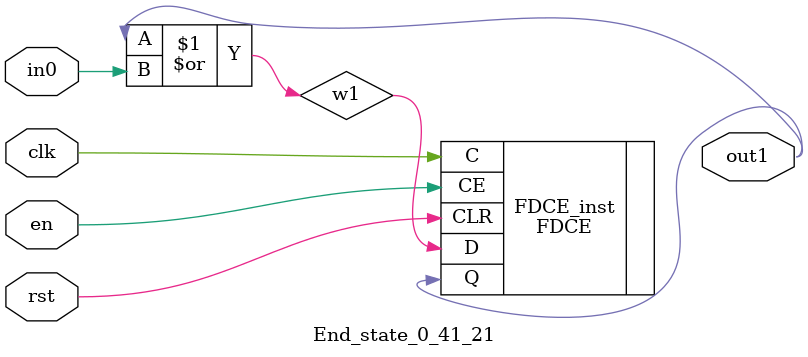
<source format=v>
module engine_0_41(out,clk,sod,en, in_102, in_0, in_3, in_4, in_5, in_6, in_8, in_10, in_15, in_16, in_17, in_29, in_30, in_36, in_56);
//pcre: /^User-Agent\x3A[^\x0D\x0A]*?NetLog2/mi
//block char: [^\x0D\x0A][2], ^[9], N[0], O[0], L[0], G[0], S[0], -[0], a[0], r[0], e[0], u[0], t[0], \x3A[8], 2[0], 

	input clk,sod,en;

	input in_102, in_0, in_3, in_4, in_5, in_6, in_8, in_10, in_15, in_16, in_17, in_29, in_30, in_36, in_56;
	output out;

	assign w0 = 1'b1;
	state_0_41_1 BlockState_0_41_1 (w1,in_0,clk,en,sod,w0);
	state_0_41_2 BlockState_0_41_2 (w2,in_29,clk,en,sod,w1);
	state_0_41_3 BlockState_0_41_3 (w3,in_8,clk,en,sod,w2);
	state_0_41_4 BlockState_0_41_4 (w4,in_17,clk,en,sod,w3);
	state_0_41_5 BlockState_0_41_5 (w5,in_16,clk,en,sod,w4);
	state_0_41_6 BlockState_0_41_6 (w6,in_10,clk,en,sod,w5);
	state_0_41_7 BlockState_0_41_7 (w7,in_15,clk,en,sod,w6);
	state_0_41_8 BlockState_0_41_8 (w8,in_6,clk,en,sod,w7);
	state_0_41_9 BlockState_0_41_9 (w9,in_17,clk,en,sod,w8);
	state_0_41_10 BlockState_0_41_10 (w10,in_3,clk,en,sod,w9);
	state_0_41_11 BlockState_0_41_11 (w11,in_30,clk,en,sod,w10);
	state_0_41_12 BlockState_0_41_12 (w12,in_36,clk,en,sod,w11);
	state_0_41_13 BlockState_0_41_13 (w13,in_102,clk,en,sod,w13,w12);
	state_0_41_14 BlockState_0_41_14 (w14,in_3,clk,en,sod,w12,w12,w13);
	state_0_41_15 BlockState_0_41_15 (w15,in_17,clk,en,sod,w14);
	state_0_41_16 BlockState_0_41_16 (w16,in_30,clk,en,sod,w15);
	state_0_41_17 BlockState_0_41_17 (w17,in_5,clk,en,sod,w16);
	state_0_41_18 BlockState_0_41_18 (w18,in_4,clk,en,sod,w17);
	state_0_41_19 BlockState_0_41_19 (w19,in_6,clk,en,sod,w18);
	state_0_41_20 BlockState_0_41_20 (w20,in_56,clk,en,sod,w19);
	End_state_0_41_21 BlockState_0_41_21 (out,clk,en,sod,w20);
endmodule

module state_0_41_1(out1,in_char,clk,en,rst,in0);
	input in_char,clk,en,rst,in0;
	output out1;
	wire w1,w2;
	assign w1 = in0; 
	and(w2,in_char,w1);
	FDCE #(.INIT(1'b0)) FDCE_inst (
		.Q(out1),
		.C(clk),
		.CE(en),
		.CLR(rst),
		.D(w2)
);
endmodule

module state_0_41_2(out1,in_char,clk,en,rst,in0);
	input in_char,clk,en,rst,in0;
	output out1;
	wire w1,w2;
	assign w1 = in0; 
	and(w2,in_char,w1);
	FDCE #(.INIT(1'b0)) FDCE_inst (
		.Q(out1),
		.C(clk),
		.CE(en),
		.CLR(rst),
		.D(w2)
);
endmodule

module state_0_41_3(out1,in_char,clk,en,rst,in0);
	input in_char,clk,en,rst,in0;
	output out1;
	wire w1,w2;
	assign w1 = in0; 
	and(w2,in_char,w1);
	FDCE #(.INIT(1'b0)) FDCE_inst (
		.Q(out1),
		.C(clk),
		.CE(en),
		.CLR(rst),
		.D(w2)
);
endmodule

module state_0_41_4(out1,in_char,clk,en,rst,in0);
	input in_char,clk,en,rst,in0;
	output out1;
	wire w1,w2;
	assign w1 = in0; 
	and(w2,in_char,w1);
	FDCE #(.INIT(1'b0)) FDCE_inst (
		.Q(out1),
		.C(clk),
		.CE(en),
		.CLR(rst),
		.D(w2)
);
endmodule

module state_0_41_5(out1,in_char,clk,en,rst,in0);
	input in_char,clk,en,rst,in0;
	output out1;
	wire w1,w2;
	assign w1 = in0; 
	and(w2,in_char,w1);
	FDCE #(.INIT(1'b0)) FDCE_inst (
		.Q(out1),
		.C(clk),
		.CE(en),
		.CLR(rst),
		.D(w2)
);
endmodule

module state_0_41_6(out1,in_char,clk,en,rst,in0);
	input in_char,clk,en,rst,in0;
	output out1;
	wire w1,w2;
	assign w1 = in0; 
	and(w2,in_char,w1);
	FDCE #(.INIT(1'b0)) FDCE_inst (
		.Q(out1),
		.C(clk),
		.CE(en),
		.CLR(rst),
		.D(w2)
);
endmodule

module state_0_41_7(out1,in_char,clk,en,rst,in0);
	input in_char,clk,en,rst,in0;
	output out1;
	wire w1,w2;
	assign w1 = in0; 
	and(w2,in_char,w1);
	FDCE #(.INIT(1'b0)) FDCE_inst (
		.Q(out1),
		.C(clk),
		.CE(en),
		.CLR(rst),
		.D(w2)
);
endmodule

module state_0_41_8(out1,in_char,clk,en,rst,in0);
	input in_char,clk,en,rst,in0;
	output out1;
	wire w1,w2;
	assign w1 = in0; 
	and(w2,in_char,w1);
	FDCE #(.INIT(1'b0)) FDCE_inst (
		.Q(out1),
		.C(clk),
		.CE(en),
		.CLR(rst),
		.D(w2)
);
endmodule

module state_0_41_9(out1,in_char,clk,en,rst,in0);
	input in_char,clk,en,rst,in0;
	output out1;
	wire w1,w2;
	assign w1 = in0; 
	and(w2,in_char,w1);
	FDCE #(.INIT(1'b0)) FDCE_inst (
		.Q(out1),
		.C(clk),
		.CE(en),
		.CLR(rst),
		.D(w2)
);
endmodule

module state_0_41_10(out1,in_char,clk,en,rst,in0);
	input in_char,clk,en,rst,in0;
	output out1;
	wire w1,w2;
	assign w1 = in0; 
	and(w2,in_char,w1);
	FDCE #(.INIT(1'b0)) FDCE_inst (
		.Q(out1),
		.C(clk),
		.CE(en),
		.CLR(rst),
		.D(w2)
);
endmodule

module state_0_41_11(out1,in_char,clk,en,rst,in0);
	input in_char,clk,en,rst,in0;
	output out1;
	wire w1,w2;
	assign w1 = in0; 
	and(w2,in_char,w1);
	FDCE #(.INIT(1'b0)) FDCE_inst (
		.Q(out1),
		.C(clk),
		.CE(en),
		.CLR(rst),
		.D(w2)
);
endmodule

module state_0_41_12(out1,in_char,clk,en,rst,in0);
	input in_char,clk,en,rst,in0;
	output out1;
	wire w1,w2;
	assign w1 = in0; 
	and(w2,in_char,w1);
	FDCE #(.INIT(1'b0)) FDCE_inst (
		.Q(out1),
		.C(clk),
		.CE(en),
		.CLR(rst),
		.D(w2)
);
endmodule

module state_0_41_13(out1,in_char,clk,en,rst,in0,in1);
	input in_char,clk,en,rst,in0,in1;
	output out1;
	wire w1,w2;
	or(w1,in0,in1);
	and(w2,in_char,w1);
	FDCE #(.INIT(1'b0)) FDCE_inst (
		.Q(out1),
		.C(clk),
		.CE(en),
		.CLR(rst),
		.D(w2)
);
endmodule

module state_0_41_14(out1,in_char,clk,en,rst,in0,in1,in2);
	input in_char,clk,en,rst,in0,in1,in2;
	output out1;
	wire w1,w2;
	or(w1,in0,in1,in2);
	and(w2,in_char,w1);
	FDCE #(.INIT(1'b0)) FDCE_inst (
		.Q(out1),
		.C(clk),
		.CE(en),
		.CLR(rst),
		.D(w2)
);
endmodule

module state_0_41_15(out1,in_char,clk,en,rst,in0);
	input in_char,clk,en,rst,in0;
	output out1;
	wire w1,w2;
	assign w1 = in0; 
	and(w2,in_char,w1);
	FDCE #(.INIT(1'b0)) FDCE_inst (
		.Q(out1),
		.C(clk),
		.CE(en),
		.CLR(rst),
		.D(w2)
);
endmodule

module state_0_41_16(out1,in_char,clk,en,rst,in0);
	input in_char,clk,en,rst,in0;
	output out1;
	wire w1,w2;
	assign w1 = in0; 
	and(w2,in_char,w1);
	FDCE #(.INIT(1'b0)) FDCE_inst (
		.Q(out1),
		.C(clk),
		.CE(en),
		.CLR(rst),
		.D(w2)
);
endmodule

module state_0_41_17(out1,in_char,clk,en,rst,in0);
	input in_char,clk,en,rst,in0;
	output out1;
	wire w1,w2;
	assign w1 = in0; 
	and(w2,in_char,w1);
	FDCE #(.INIT(1'b0)) FDCE_inst (
		.Q(out1),
		.C(clk),
		.CE(en),
		.CLR(rst),
		.D(w2)
);
endmodule

module state_0_41_18(out1,in_char,clk,en,rst,in0);
	input in_char,clk,en,rst,in0;
	output out1;
	wire w1,w2;
	assign w1 = in0; 
	and(w2,in_char,w1);
	FDCE #(.INIT(1'b0)) FDCE_inst (
		.Q(out1),
		.C(clk),
		.CE(en),
		.CLR(rst),
		.D(w2)
);
endmodule

module state_0_41_19(out1,in_char,clk,en,rst,in0);
	input in_char,clk,en,rst,in0;
	output out1;
	wire w1,w2;
	assign w1 = in0; 
	and(w2,in_char,w1);
	FDCE #(.INIT(1'b0)) FDCE_inst (
		.Q(out1),
		.C(clk),
		.CE(en),
		.CLR(rst),
		.D(w2)
);
endmodule

module state_0_41_20(out1,in_char,clk,en,rst,in0);
	input in_char,clk,en,rst,in0;
	output out1;
	wire w1,w2;
	assign w1 = in0; 
	and(w2,in_char,w1);
	FDCE #(.INIT(1'b0)) FDCE_inst (
		.Q(out1),
		.C(clk),
		.CE(en),
		.CLR(rst),
		.D(w2)
);
endmodule

module End_state_0_41_21(out1,clk,en,rst,in0);
	input clk,rst,en,in0;
	output out1;
	wire w1;
	or(w1,out1,in0);
	FDCE #(.INIT(1'b0)) FDCE_inst (
		.Q(out1),
		.C(clk),
		.CE(en),
		.CLR(rst),
		.D(w1)
);
endmodule


</source>
